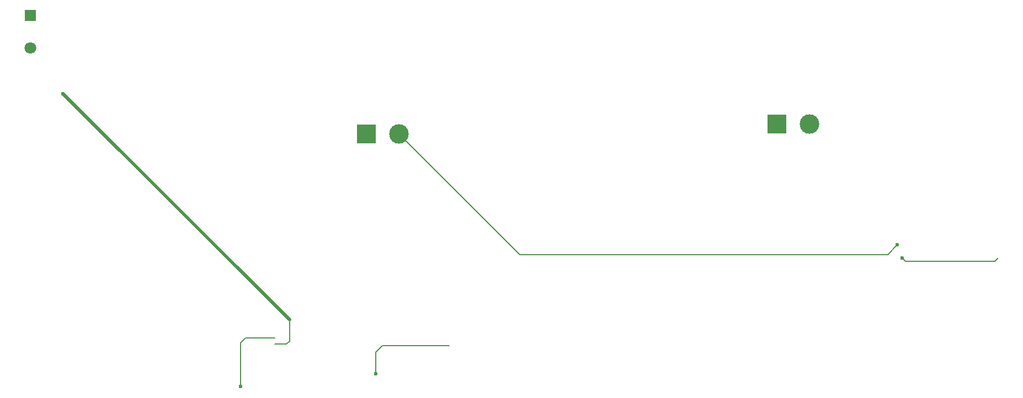
<source format=gbr>
%TF.GenerationSoftware,KiCad,Pcbnew,8.0.7*%
%TF.CreationDate,2025-01-26T19:21:23+01:00*%
%TF.ProjectId,Power device,506f7765-7220-4646-9576-6963652e6b69,rev?*%
%TF.SameCoordinates,Original*%
%TF.FileFunction,Copper,L2,Bot*%
%TF.FilePolarity,Positive*%
%FSLAX46Y46*%
G04 Gerber Fmt 4.6, Leading zero omitted, Abs format (unit mm)*
G04 Created by KiCad (PCBNEW 8.0.7) date 2025-01-26 19:21:23*
%MOMM*%
%LPD*%
G01*
G04 APERTURE LIST*
%TA.AperFunction,ComponentPad*%
%ADD10R,3.000000X3.000000*%
%TD*%
%TA.AperFunction,ComponentPad*%
%ADD11C,3.000000*%
%TD*%
%TA.AperFunction,ComponentPad*%
%ADD12R,1.800000X1.800000*%
%TD*%
%TA.AperFunction,ComponentPad*%
%ADD13C,1.800000*%
%TD*%
%TA.AperFunction,ViaPad*%
%ADD14C,0.600000*%
%TD*%
%TA.AperFunction,Conductor*%
%ADD15C,0.200000*%
%TD*%
%TA.AperFunction,Conductor*%
%ADD16C,0.500000*%
%TD*%
G04 APERTURE END LIST*
D10*
%TO.P,L2,1,1*%
%TO.N,Net-(D3-A)*%
X170000000Y-71690000D03*
D11*
%TO.P,L2,2,2*%
%TO.N,Net-(Cp2-Pad1)*%
X175000000Y-71690000D03*
%TD*%
D12*
%TO.P,J1,1,1*%
%TO.N,GND*%
X55450000Y-55000000D03*
D13*
%TO.P,J1,2,2*%
%TO.N,/Supply*%
X55450000Y-60000000D03*
%TD*%
D10*
%TO.P,L1,1,1*%
%TO.N,Net-(Cp1-Pad2)*%
X107000000Y-73190000D03*
D11*
%TO.P,L1,2,2*%
%TO.N,GND*%
X112000000Y-73190000D03*
%TD*%
D14*
%TO.N,/Safety*%
X87750000Y-112000000D03*
%TO.N,GND*%
X188500000Y-90250000D03*
%TO.N,Net-(D1-K)*%
X189250000Y-92250000D03*
%TO.N,/Supply*%
X60500000Y-67000000D03*
%TO.N,Net-(Q1-GATE)*%
X108500000Y-110000000D03*
%TD*%
D15*
%TO.N,/Safety*%
X87750000Y-112000000D02*
X87750000Y-105250000D01*
X88500000Y-104500000D02*
X93000000Y-104500000D01*
X87750000Y-105250000D02*
X88500000Y-104500000D01*
%TO.N,GND*%
X188500000Y-90250000D02*
X187000000Y-91750000D01*
X187000000Y-91750000D02*
X130560000Y-91750000D01*
X130560000Y-91750000D02*
X112000000Y-73190000D01*
%TO.N,Net-(D1-K)*%
X189250000Y-92250000D02*
X189750000Y-92750000D01*
X189750000Y-92750000D02*
X203500000Y-92750000D01*
X203500000Y-92750000D02*
X204000000Y-92250000D01*
%TO.N,/Supply*%
X93500000Y-105500000D02*
X93000000Y-105500000D01*
X94750000Y-105500000D02*
X93500000Y-105500000D01*
X95250000Y-105000000D02*
X94750000Y-105500000D01*
X95250000Y-101750000D02*
X95250000Y-105000000D01*
D16*
X60500000Y-67000000D02*
X95250000Y-101750000D01*
D15*
%TO.N,Net-(Q1-GATE)*%
X108500000Y-110000000D02*
X108500000Y-106750000D01*
X109500000Y-105750000D02*
X113750000Y-105750000D01*
X108500000Y-106750000D02*
X109500000Y-105750000D01*
X113750000Y-105750000D02*
X119750000Y-105750000D01*
X113750000Y-105750000D02*
X114000000Y-105750000D01*
%TD*%
M02*

</source>
